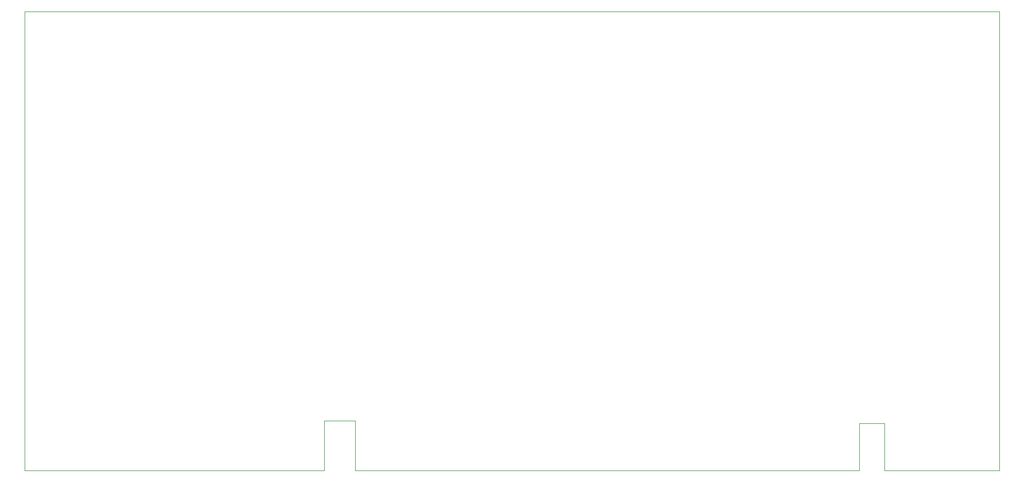
<source format=gm1>
%TF.GenerationSoftware,KiCad,Pcbnew,5.1.7*%
%TF.CreationDate,2020-11-15T02:55:59+01:00*%
%TF.ProjectId,ISA8019,49534138-3031-4392-9e6b-696361645f70,rev?*%
%TF.SameCoordinates,Original*%
%TF.FileFunction,Profile,NP*%
%FSLAX46Y46*%
G04 Gerber Fmt 4.6, Leading zero omitted, Abs format (unit mm)*
G04 Created by KiCad (PCBNEW 5.1.7) date 2020-11-15 02:55:59*
%MOMM*%
%LPD*%
G01*
G04 APERTURE LIST*
%TA.AperFunction,Profile*%
%ADD10C,0.050000*%
%TD*%
G04 APERTURE END LIST*
D10*
X174371000Y-155956000D02*
X170307000Y-155956000D01*
X192913000Y-163576000D02*
X192913000Y-155956000D01*
X174371000Y-163576000D02*
X192913000Y-163576000D01*
X174371000Y-155956000D02*
X174371000Y-163576000D01*
X35560000Y-89408000D02*
X192913000Y-89408000D01*
X192913000Y-89408000D02*
X192913000Y-155956000D01*
X35560000Y-154178000D02*
X35560000Y-89408000D01*
X35560000Y-163576000D02*
X35560000Y-154178000D01*
X83947000Y-163576000D02*
X35560000Y-163576000D01*
X83947000Y-155575000D02*
X83947000Y-163576000D01*
X88900000Y-155575000D02*
X83947000Y-155575000D01*
X88900000Y-163576000D02*
X88900000Y-155575000D01*
X170307000Y-163576000D02*
X88900000Y-163576000D01*
X170307000Y-155956000D02*
X170307000Y-163576000D01*
M02*

</source>
